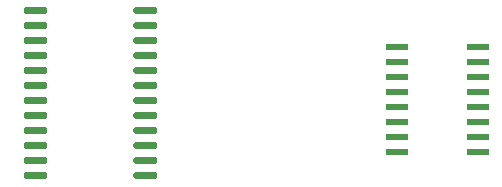
<source format=gbr>
G04 #@! TF.GenerationSoftware,KiCad,Pcbnew,(5.1.7-0-10_14)*
G04 #@! TF.CreationDate,2020-12-22T12:26:46-08:00*
G04 #@! TF.ProjectId,OPL3_breakout,4f504c33-5f62-4726-9561-6b6f75742e6b,1*
G04 #@! TF.SameCoordinates,Original*
G04 #@! TF.FileFunction,Paste,Top*
G04 #@! TF.FilePolarity,Positive*
%FSLAX46Y46*%
G04 Gerber Fmt 4.6, Leading zero omitted, Abs format (unit mm)*
G04 Created by KiCad (PCBNEW (5.1.7-0-10_14)) date 2020-12-22 12:26:46*
%MOMM*%
%LPD*%
G01*
G04 APERTURE LIST*
%ADD10R,1.970000X0.610000*%
G04 APERTURE END LIST*
D10*
X173727000Y-93301000D03*
X173727000Y-94571000D03*
X173727000Y-95841000D03*
X173727000Y-97111000D03*
X173727000Y-98381000D03*
X173727000Y-99651000D03*
X173727000Y-100921000D03*
X173727000Y-102191000D03*
X166797000Y-102191000D03*
X166797000Y-100921000D03*
X166797000Y-99651000D03*
X166797000Y-98381000D03*
X166797000Y-97111000D03*
X166797000Y-95841000D03*
X166797000Y-94571000D03*
X166797000Y-93301000D03*
G36*
G01*
X144512000Y-90398500D02*
X144512000Y-90123500D01*
G75*
G02*
X144649500Y-89986000I137500J0D01*
G01*
X146374500Y-89986000D01*
G75*
G02*
X146512000Y-90123500I0J-137500D01*
G01*
X146512000Y-90398500D01*
G75*
G02*
X146374500Y-90536000I-137500J0D01*
G01*
X144649500Y-90536000D01*
G75*
G02*
X144512000Y-90398500I0J137500D01*
G01*
G37*
G36*
G01*
X144512000Y-91668500D02*
X144512000Y-91393500D01*
G75*
G02*
X144649500Y-91256000I137500J0D01*
G01*
X146374500Y-91256000D01*
G75*
G02*
X146512000Y-91393500I0J-137500D01*
G01*
X146512000Y-91668500D01*
G75*
G02*
X146374500Y-91806000I-137500J0D01*
G01*
X144649500Y-91806000D01*
G75*
G02*
X144512000Y-91668500I0J137500D01*
G01*
G37*
G36*
G01*
X144512000Y-92938500D02*
X144512000Y-92663500D01*
G75*
G02*
X144649500Y-92526000I137500J0D01*
G01*
X146374500Y-92526000D01*
G75*
G02*
X146512000Y-92663500I0J-137500D01*
G01*
X146512000Y-92938500D01*
G75*
G02*
X146374500Y-93076000I-137500J0D01*
G01*
X144649500Y-93076000D01*
G75*
G02*
X144512000Y-92938500I0J137500D01*
G01*
G37*
G36*
G01*
X144512000Y-94208500D02*
X144512000Y-93933500D01*
G75*
G02*
X144649500Y-93796000I137500J0D01*
G01*
X146374500Y-93796000D01*
G75*
G02*
X146512000Y-93933500I0J-137500D01*
G01*
X146512000Y-94208500D01*
G75*
G02*
X146374500Y-94346000I-137500J0D01*
G01*
X144649500Y-94346000D01*
G75*
G02*
X144512000Y-94208500I0J137500D01*
G01*
G37*
G36*
G01*
X144512000Y-95478500D02*
X144512000Y-95203500D01*
G75*
G02*
X144649500Y-95066000I137500J0D01*
G01*
X146374500Y-95066000D01*
G75*
G02*
X146512000Y-95203500I0J-137500D01*
G01*
X146512000Y-95478500D01*
G75*
G02*
X146374500Y-95616000I-137500J0D01*
G01*
X144649500Y-95616000D01*
G75*
G02*
X144512000Y-95478500I0J137500D01*
G01*
G37*
G36*
G01*
X144512000Y-96748500D02*
X144512000Y-96473500D01*
G75*
G02*
X144649500Y-96336000I137500J0D01*
G01*
X146374500Y-96336000D01*
G75*
G02*
X146512000Y-96473500I0J-137500D01*
G01*
X146512000Y-96748500D01*
G75*
G02*
X146374500Y-96886000I-137500J0D01*
G01*
X144649500Y-96886000D01*
G75*
G02*
X144512000Y-96748500I0J137500D01*
G01*
G37*
G36*
G01*
X144512000Y-98018500D02*
X144512000Y-97743500D01*
G75*
G02*
X144649500Y-97606000I137500J0D01*
G01*
X146374500Y-97606000D01*
G75*
G02*
X146512000Y-97743500I0J-137500D01*
G01*
X146512000Y-98018500D01*
G75*
G02*
X146374500Y-98156000I-137500J0D01*
G01*
X144649500Y-98156000D01*
G75*
G02*
X144512000Y-98018500I0J137500D01*
G01*
G37*
G36*
G01*
X144512000Y-99288500D02*
X144512000Y-99013500D01*
G75*
G02*
X144649500Y-98876000I137500J0D01*
G01*
X146374500Y-98876000D01*
G75*
G02*
X146512000Y-99013500I0J-137500D01*
G01*
X146512000Y-99288500D01*
G75*
G02*
X146374500Y-99426000I-137500J0D01*
G01*
X144649500Y-99426000D01*
G75*
G02*
X144512000Y-99288500I0J137500D01*
G01*
G37*
G36*
G01*
X144512000Y-100558500D02*
X144512000Y-100283500D01*
G75*
G02*
X144649500Y-100146000I137500J0D01*
G01*
X146374500Y-100146000D01*
G75*
G02*
X146512000Y-100283500I0J-137500D01*
G01*
X146512000Y-100558500D01*
G75*
G02*
X146374500Y-100696000I-137500J0D01*
G01*
X144649500Y-100696000D01*
G75*
G02*
X144512000Y-100558500I0J137500D01*
G01*
G37*
G36*
G01*
X144512000Y-101828500D02*
X144512000Y-101553500D01*
G75*
G02*
X144649500Y-101416000I137500J0D01*
G01*
X146374500Y-101416000D01*
G75*
G02*
X146512000Y-101553500I0J-137500D01*
G01*
X146512000Y-101828500D01*
G75*
G02*
X146374500Y-101966000I-137500J0D01*
G01*
X144649500Y-101966000D01*
G75*
G02*
X144512000Y-101828500I0J137500D01*
G01*
G37*
G36*
G01*
X144512000Y-103098500D02*
X144512000Y-102823500D01*
G75*
G02*
X144649500Y-102686000I137500J0D01*
G01*
X146374500Y-102686000D01*
G75*
G02*
X146512000Y-102823500I0J-137500D01*
G01*
X146512000Y-103098500D01*
G75*
G02*
X146374500Y-103236000I-137500J0D01*
G01*
X144649500Y-103236000D01*
G75*
G02*
X144512000Y-103098500I0J137500D01*
G01*
G37*
G36*
G01*
X144512000Y-104368500D02*
X144512000Y-104093500D01*
G75*
G02*
X144649500Y-103956000I137500J0D01*
G01*
X146374500Y-103956000D01*
G75*
G02*
X146512000Y-104093500I0J-137500D01*
G01*
X146512000Y-104368500D01*
G75*
G02*
X146374500Y-104506000I-137500J0D01*
G01*
X144649500Y-104506000D01*
G75*
G02*
X144512000Y-104368500I0J137500D01*
G01*
G37*
G36*
G01*
X135212000Y-104368500D02*
X135212000Y-104093500D01*
G75*
G02*
X135349500Y-103956000I137500J0D01*
G01*
X137074500Y-103956000D01*
G75*
G02*
X137212000Y-104093500I0J-137500D01*
G01*
X137212000Y-104368500D01*
G75*
G02*
X137074500Y-104506000I-137500J0D01*
G01*
X135349500Y-104506000D01*
G75*
G02*
X135212000Y-104368500I0J137500D01*
G01*
G37*
G36*
G01*
X135212000Y-103098500D02*
X135212000Y-102823500D01*
G75*
G02*
X135349500Y-102686000I137500J0D01*
G01*
X137074500Y-102686000D01*
G75*
G02*
X137212000Y-102823500I0J-137500D01*
G01*
X137212000Y-103098500D01*
G75*
G02*
X137074500Y-103236000I-137500J0D01*
G01*
X135349500Y-103236000D01*
G75*
G02*
X135212000Y-103098500I0J137500D01*
G01*
G37*
G36*
G01*
X135212000Y-101828500D02*
X135212000Y-101553500D01*
G75*
G02*
X135349500Y-101416000I137500J0D01*
G01*
X137074500Y-101416000D01*
G75*
G02*
X137212000Y-101553500I0J-137500D01*
G01*
X137212000Y-101828500D01*
G75*
G02*
X137074500Y-101966000I-137500J0D01*
G01*
X135349500Y-101966000D01*
G75*
G02*
X135212000Y-101828500I0J137500D01*
G01*
G37*
G36*
G01*
X135212000Y-100558500D02*
X135212000Y-100283500D01*
G75*
G02*
X135349500Y-100146000I137500J0D01*
G01*
X137074500Y-100146000D01*
G75*
G02*
X137212000Y-100283500I0J-137500D01*
G01*
X137212000Y-100558500D01*
G75*
G02*
X137074500Y-100696000I-137500J0D01*
G01*
X135349500Y-100696000D01*
G75*
G02*
X135212000Y-100558500I0J137500D01*
G01*
G37*
G36*
G01*
X135212000Y-99288500D02*
X135212000Y-99013500D01*
G75*
G02*
X135349500Y-98876000I137500J0D01*
G01*
X137074500Y-98876000D01*
G75*
G02*
X137212000Y-99013500I0J-137500D01*
G01*
X137212000Y-99288500D01*
G75*
G02*
X137074500Y-99426000I-137500J0D01*
G01*
X135349500Y-99426000D01*
G75*
G02*
X135212000Y-99288500I0J137500D01*
G01*
G37*
G36*
G01*
X135212000Y-98018500D02*
X135212000Y-97743500D01*
G75*
G02*
X135349500Y-97606000I137500J0D01*
G01*
X137074500Y-97606000D01*
G75*
G02*
X137212000Y-97743500I0J-137500D01*
G01*
X137212000Y-98018500D01*
G75*
G02*
X137074500Y-98156000I-137500J0D01*
G01*
X135349500Y-98156000D01*
G75*
G02*
X135212000Y-98018500I0J137500D01*
G01*
G37*
G36*
G01*
X135212000Y-96748500D02*
X135212000Y-96473500D01*
G75*
G02*
X135349500Y-96336000I137500J0D01*
G01*
X137074500Y-96336000D01*
G75*
G02*
X137212000Y-96473500I0J-137500D01*
G01*
X137212000Y-96748500D01*
G75*
G02*
X137074500Y-96886000I-137500J0D01*
G01*
X135349500Y-96886000D01*
G75*
G02*
X135212000Y-96748500I0J137500D01*
G01*
G37*
G36*
G01*
X135212000Y-95478500D02*
X135212000Y-95203500D01*
G75*
G02*
X135349500Y-95066000I137500J0D01*
G01*
X137074500Y-95066000D01*
G75*
G02*
X137212000Y-95203500I0J-137500D01*
G01*
X137212000Y-95478500D01*
G75*
G02*
X137074500Y-95616000I-137500J0D01*
G01*
X135349500Y-95616000D01*
G75*
G02*
X135212000Y-95478500I0J137500D01*
G01*
G37*
G36*
G01*
X135212000Y-94208500D02*
X135212000Y-93933500D01*
G75*
G02*
X135349500Y-93796000I137500J0D01*
G01*
X137074500Y-93796000D01*
G75*
G02*
X137212000Y-93933500I0J-137500D01*
G01*
X137212000Y-94208500D01*
G75*
G02*
X137074500Y-94346000I-137500J0D01*
G01*
X135349500Y-94346000D01*
G75*
G02*
X135212000Y-94208500I0J137500D01*
G01*
G37*
G36*
G01*
X135212000Y-92938500D02*
X135212000Y-92663500D01*
G75*
G02*
X135349500Y-92526000I137500J0D01*
G01*
X137074500Y-92526000D01*
G75*
G02*
X137212000Y-92663500I0J-137500D01*
G01*
X137212000Y-92938500D01*
G75*
G02*
X137074500Y-93076000I-137500J0D01*
G01*
X135349500Y-93076000D01*
G75*
G02*
X135212000Y-92938500I0J137500D01*
G01*
G37*
G36*
G01*
X135212000Y-91668500D02*
X135212000Y-91393500D01*
G75*
G02*
X135349500Y-91256000I137500J0D01*
G01*
X137074500Y-91256000D01*
G75*
G02*
X137212000Y-91393500I0J-137500D01*
G01*
X137212000Y-91668500D01*
G75*
G02*
X137074500Y-91806000I-137500J0D01*
G01*
X135349500Y-91806000D01*
G75*
G02*
X135212000Y-91668500I0J137500D01*
G01*
G37*
G36*
G01*
X135212000Y-90398500D02*
X135212000Y-90123500D01*
G75*
G02*
X135349500Y-89986000I137500J0D01*
G01*
X137074500Y-89986000D01*
G75*
G02*
X137212000Y-90123500I0J-137500D01*
G01*
X137212000Y-90398500D01*
G75*
G02*
X137074500Y-90536000I-137500J0D01*
G01*
X135349500Y-90536000D01*
G75*
G02*
X135212000Y-90398500I0J137500D01*
G01*
G37*
M02*

</source>
